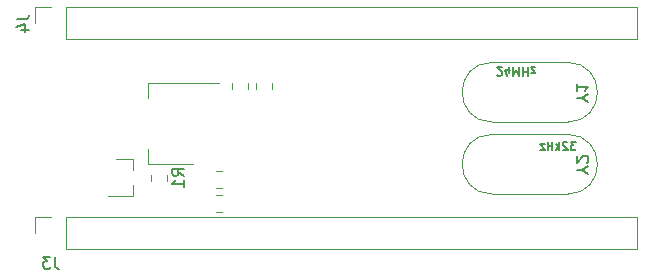
<source format=gbr>
G04 #@! TF.GenerationSoftware,KiCad,Pcbnew,(5.1.5)-3*
G04 #@! TF.CreationDate,2020-07-09T12:28:23-03:00*
G04 #@! TF.ProjectId,UFRGS PILL,55465247-5320-4504-994c-4c2e6b696361,0.1*
G04 #@! TF.SameCoordinates,Original*
G04 #@! TF.FileFunction,Legend,Bot*
G04 #@! TF.FilePolarity,Positive*
%FSLAX46Y46*%
G04 Gerber Fmt 4.6, Leading zero omitted, Abs format (unit mm)*
G04 Created by KiCad (PCBNEW (5.1.5)-3) date 2020-07-09 12:28:23*
%MOMM*%
%LPD*%
G04 APERTURE LIST*
%ADD10C,0.150000*%
%ADD11C,0.120000*%
G04 APERTURE END LIST*
D10*
X150344000Y-48892666D02*
X149910666Y-48892666D01*
X150144000Y-49159333D01*
X150044000Y-49159333D01*
X149977333Y-49192666D01*
X149944000Y-49226000D01*
X149910666Y-49292666D01*
X149910666Y-49459333D01*
X149944000Y-49526000D01*
X149977333Y-49559333D01*
X150044000Y-49592666D01*
X150244000Y-49592666D01*
X150310666Y-49559333D01*
X150344000Y-49526000D01*
X149644000Y-48959333D02*
X149610666Y-48926000D01*
X149544000Y-48892666D01*
X149377333Y-48892666D01*
X149310666Y-48926000D01*
X149277333Y-48959333D01*
X149244000Y-49026000D01*
X149244000Y-49092666D01*
X149277333Y-49192666D01*
X149677333Y-49592666D01*
X149244000Y-49592666D01*
X148944000Y-49592666D02*
X148944000Y-48892666D01*
X148877333Y-49326000D02*
X148677333Y-49592666D01*
X148677333Y-49126000D02*
X148944000Y-49392666D01*
X148377333Y-49592666D02*
X148377333Y-48892666D01*
X148377333Y-49226000D02*
X147977333Y-49226000D01*
X147977333Y-49592666D02*
X147977333Y-48892666D01*
X147710666Y-49126000D02*
X147344000Y-49126000D01*
X147710666Y-49592666D01*
X147344000Y-49592666D01*
X143704666Y-43242666D02*
X143738000Y-43276000D01*
X143804666Y-43309333D01*
X143971333Y-43309333D01*
X144038000Y-43276000D01*
X144071333Y-43242666D01*
X144104666Y-43176000D01*
X144104666Y-43109333D01*
X144071333Y-43009333D01*
X143671333Y-42609333D01*
X144104666Y-42609333D01*
X144704666Y-43076000D02*
X144704666Y-42609333D01*
X144538000Y-43342666D02*
X144371333Y-42842666D01*
X144804666Y-42842666D01*
X145071333Y-42609333D02*
X145071333Y-43309333D01*
X145304666Y-42809333D01*
X145538000Y-43309333D01*
X145538000Y-42609333D01*
X145871333Y-42609333D02*
X145871333Y-43309333D01*
X145871333Y-42976000D02*
X146271333Y-42976000D01*
X146271333Y-42609333D02*
X146271333Y-43309333D01*
X146538000Y-43076000D02*
X146904666Y-43076000D01*
X146538000Y-42609333D01*
X146904666Y-42609333D01*
D11*
X120178000Y-43961000D02*
X114168000Y-43961000D01*
X117928000Y-50781000D02*
X114168000Y-50781000D01*
X114168000Y-43961000D02*
X114168000Y-45221000D01*
X114168000Y-50781000D02*
X114168000Y-49521000D01*
X114352000Y-52204252D02*
X114352000Y-51681748D01*
X115772000Y-52204252D02*
X115772000Y-51681748D01*
X112901000Y-50363000D02*
X111441000Y-50363000D01*
X112901000Y-53523000D02*
X110741000Y-53523000D01*
X112901000Y-53523000D02*
X112901000Y-52593000D01*
X112901000Y-50363000D02*
X112901000Y-51293000D01*
X149658000Y-42179000D02*
G75*
G02X149658000Y-47229000I0J-2525000D01*
G01*
X143258000Y-42179000D02*
G75*
G03X143258000Y-47229000I0J-2525000D01*
G01*
X143258000Y-42179000D02*
X149658000Y-42179000D01*
X143258000Y-47229000D02*
X149658000Y-47229000D01*
X149658000Y-48275000D02*
G75*
G02X149658000Y-53325000I0J-2525000D01*
G01*
X143258000Y-48275000D02*
G75*
G03X143258000Y-53325000I0J-2525000D01*
G01*
X143258000Y-48275000D02*
X149658000Y-48275000D01*
X143258000Y-53325000D02*
X149658000Y-53325000D01*
X104588000Y-37532000D02*
X104588000Y-38862000D01*
X105918000Y-37532000D02*
X104588000Y-37532000D01*
X107188000Y-37532000D02*
X107188000Y-40192000D01*
X107188000Y-40192000D02*
X155508000Y-40192000D01*
X107188000Y-37532000D02*
X155508000Y-37532000D01*
X155508000Y-37532000D02*
X155508000Y-40192000D01*
X104588000Y-55312000D02*
X104588000Y-56642000D01*
X105918000Y-55312000D02*
X104588000Y-55312000D01*
X107188000Y-55312000D02*
X107188000Y-57972000D01*
X107188000Y-57972000D02*
X155508000Y-57972000D01*
X107188000Y-55312000D02*
X155508000Y-55312000D01*
X155508000Y-55312000D02*
X155508000Y-57972000D01*
X123242000Y-44457252D02*
X123242000Y-43934748D01*
X124662000Y-44457252D02*
X124662000Y-43934748D01*
X121210000Y-44457252D02*
X121210000Y-43934748D01*
X122630000Y-44457252D02*
X122630000Y-43934748D01*
X119880748Y-51360000D02*
X120403252Y-51360000D01*
X119880748Y-52780000D02*
X120403252Y-52780000D01*
X119880748Y-53392000D02*
X120403252Y-53392000D01*
X119880748Y-54812000D02*
X120403252Y-54812000D01*
D10*
X117164380Y-51776333D02*
X116688190Y-51443000D01*
X117164380Y-51204904D02*
X116164380Y-51204904D01*
X116164380Y-51585857D01*
X116212000Y-51681095D01*
X116259619Y-51728714D01*
X116354857Y-51776333D01*
X116497714Y-51776333D01*
X116592952Y-51728714D01*
X116640571Y-51681095D01*
X116688190Y-51585857D01*
X116688190Y-51204904D01*
X117164380Y-52728714D02*
X117164380Y-52157285D01*
X117164380Y-52443000D02*
X116164380Y-52443000D01*
X116307238Y-52347761D01*
X116402476Y-52252523D01*
X116450095Y-52157285D01*
X150899809Y-45180190D02*
X150423619Y-45180190D01*
X151423619Y-45513523D02*
X150899809Y-45180190D01*
X151423619Y-44846857D01*
X150423619Y-43989714D02*
X150423619Y-44561142D01*
X150423619Y-44275428D02*
X151423619Y-44275428D01*
X151280761Y-44370666D01*
X151185523Y-44465904D01*
X151137904Y-44561142D01*
X150899809Y-51276190D02*
X150423619Y-51276190D01*
X151423619Y-51609523D02*
X150899809Y-51276190D01*
X151423619Y-50942857D01*
X151328380Y-50657142D02*
X151376000Y-50609523D01*
X151423619Y-50514285D01*
X151423619Y-50276190D01*
X151376000Y-50180952D01*
X151328380Y-50133333D01*
X151233142Y-50085714D01*
X151137904Y-50085714D01*
X150995047Y-50133333D01*
X150423619Y-50704761D01*
X150423619Y-50085714D01*
X103040380Y-38528666D02*
X103754666Y-38528666D01*
X103897523Y-38481047D01*
X103992761Y-38385809D01*
X104040380Y-38242952D01*
X104040380Y-38147714D01*
X103373714Y-39433428D02*
X104040380Y-39433428D01*
X102992761Y-39195333D02*
X103707047Y-38957238D01*
X103707047Y-39576285D01*
X106251333Y-58634380D02*
X106251333Y-59348666D01*
X106298952Y-59491523D01*
X106394190Y-59586761D01*
X106537047Y-59634380D01*
X106632285Y-59634380D01*
X105870380Y-58634380D02*
X105251333Y-58634380D01*
X105584666Y-59015333D01*
X105441809Y-59015333D01*
X105346571Y-59062952D01*
X105298952Y-59110571D01*
X105251333Y-59205809D01*
X105251333Y-59443904D01*
X105298952Y-59539142D01*
X105346571Y-59586761D01*
X105441809Y-59634380D01*
X105727523Y-59634380D01*
X105822761Y-59586761D01*
X105870380Y-59539142D01*
M02*

</source>
